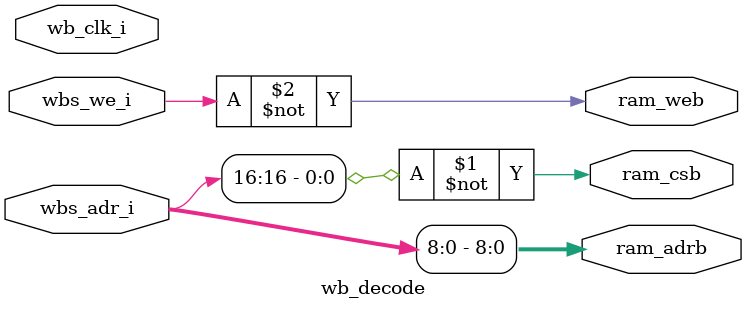
<source format=v>
module wb_decode(
`ifdef USE_POWER_PINS
    inout vccd1,	// User area 1 1.8V supply
    inout vssd1,	// User area 1 digital ground
`endif
	input wb_clk_i,
	input [31:0] wbs_adr_i,
	input wbs_we_i,
	output ram_csb,
	output ram_web,
	output [8:0] ram_adrb
);
	assign ram_csb = ~wbs_adr_i[16];
	assign ram_web = ~wbs_we_i;
	assign ram_adrb = wbs_adr_i[8:0];
endmodule

</source>
